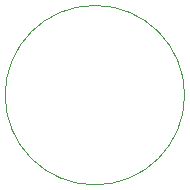
<source format=gbr>
G04 (created by PCBNEW (2013-jul-07)-stable) date Fri 20 Feb 2015 12:40:47 AM EST*
%MOIN*%
G04 Gerber Fmt 3.4, Leading zero omitted, Abs format*
%FSLAX34Y34*%
G01*
G70*
G90*
G04 APERTURE LIST*
%ADD10C,0.00590551*%
%ADD11C,0.00393701*%
G04 APERTURE END LIST*
G54D10*
G54D11*
X42362Y-19685D02*
G75*
G03X42362Y-19685I-2992J0D01*
G74*
G01*
M02*

</source>
